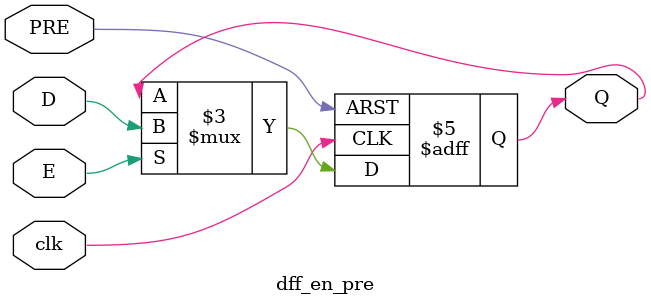
<source format=v>
module dff_en_pre(
    input E , D , clk , PRE ,
    output reg Q



);
always @(posedge clk or negedge PRE) begin
    if(!PRE)
    Q <= 1;
    else if (E)
    Q <=D;
end
endmodule
</source>
